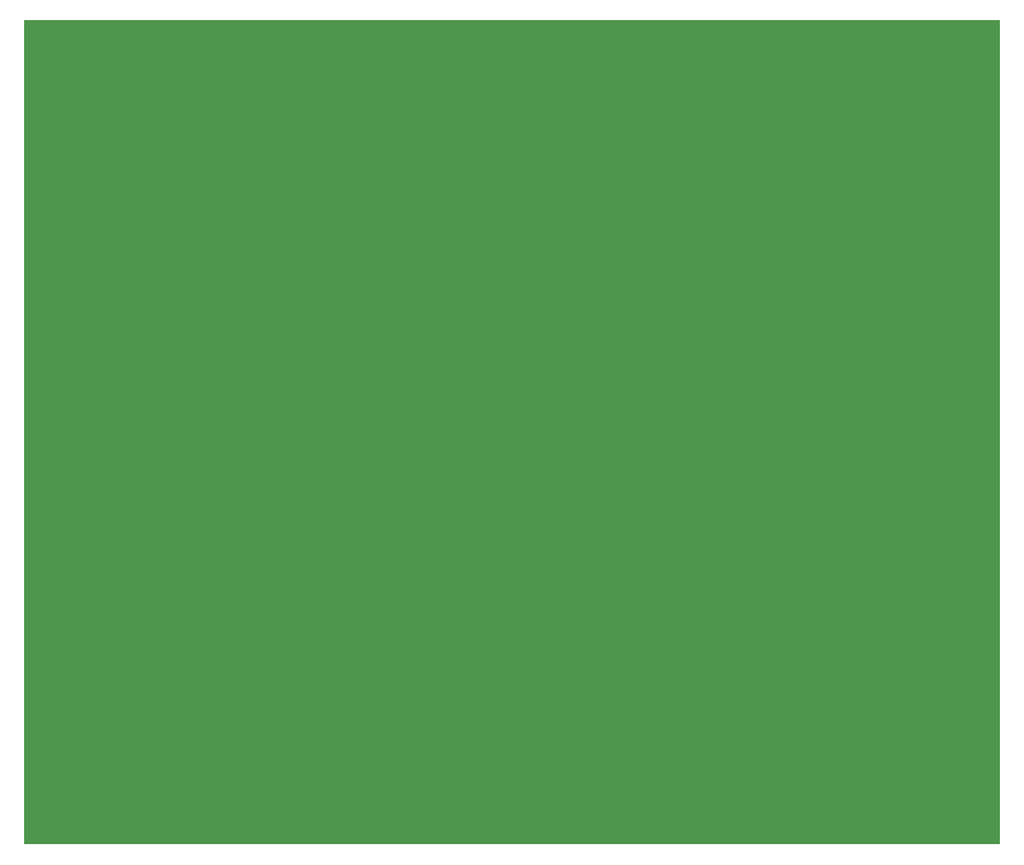
<source format=gbr>
%TF.GenerationSoftware,Novarm,DipTrace,3.1.0.1*%
%TF.CreationDate,2017-07-09T15:58:13+02:00*%
%FSLAX26Y26*%
%MOIN*%
%TF.FileFunction,Drawing,Board polygon*%
%TF.Part,Single*%
G75*
G01*
%LPD*%
G36*
X394000Y394000D2*
X4437307D1*
Y3811323D1*
X394000D1*
Y394000D1*
G37*
M02*

</source>
